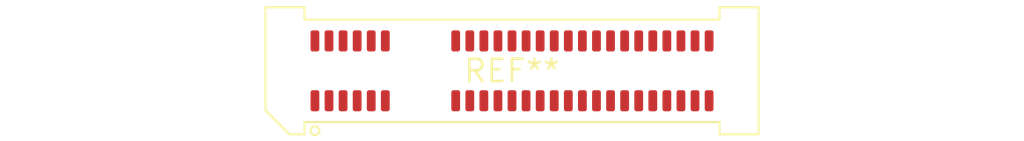
<source format=kicad_pcb>
(kicad_pcb (version 20240108) (generator pcbnew)
  (layers (0 "F.Cu" signal) (31 "B.Cu" signal) (34 "B.Paste" user) (35 "F.Paste" user) (36 "B.SilkS" user "B.Silkscreen") (37 "F.SilkS" user "F.Silkscreen") (38 "B.Mask" user) (39 "F.Mask" user) (44 "Edge.Cuts" user))
  (net 0 "")
  (footprint "Samtec_HSEC8-125-01-X-DV_2x25_P0.8mm_Pol06_Socket" (layer "F.Cu") (at 0 0)
    (property "Reference" "REF**")
    (property "Value" "Samtec_HSEC8-125-01-X-DV_2x25_P0.8mm_Pol06_Socket")
    (fp_line (start -14.01 -3.61) (end -11.79 -3.61) (layer "F.SilkS") (stroke (width 0.12)))
    (fp_line (start -14.01 2.245563) (end -14.01 -3.61) (layer "F.SilkS") (stroke (width 0.12)))
    (fp_line (start -12.645563 3.61) (end -14.01 2.245563) (layer "F.SilkS") (stroke (width 0.12)))
    (fp_line (start -11.79 -3.61) (end -11.79 -2.91) (layer "F.SilkS") (stroke (width 0.12)))
    (fp_line (start -11.79 -2.91) (end 11.79 -2.91) (layer "F.SilkS") (stroke (width 0.12)))
    (fp_line (start -11.79 2.91) (end -11.79 3.61) (layer "F.SilkS") (stroke (width 0.12)))
    (fp_line (start -11.79 3.61) (end -12.645563 3.61) (layer "F.SilkS") (stroke (width 0.12)))
    (fp_line (start 11.79 -3.61) (end 14.01 -3.61) (layer "F.SilkS") (stroke (width 0.12)))
    (fp_line (start 11.79 -2.91) (end 11.79 -3.61) (layer "F.SilkS") (stroke (width 0.12)))
    (fp_line (start 11.79 2.91) (end -11.79 2.91) (layer "F.SilkS") (stroke (width 0.12)))
    (fp_line (start 11.79 3.61) (end 11.79 2.91) (layer "F.SilkS") (stroke (width 0.12)))
    (fp_line (start 14.01 -3.61) (end 14.01 3.61) (layer "F.SilkS") (stroke (width 0.12)))
    (fp_line (start 14.01 3.61) (end 11.79 3.61) (layer "F.SilkS") (stroke (width 0.12)))
    (fp_arc (start -10.95 3.4) (mid -11.45 3.4) (end -10.95 3.4) (layer "F.SilkS") (stroke (width 0.12)))
    (pad "1" smd roundrect (at -11.2 1.7) (size 0.5 1.2) (layers "F.Cu" "F.Paste" "F.Mask"))
    (pad "2" smd roundrect (at -11.2 -1.7) (size 0.5 1.2) (layers "F.Cu" "F.Paste" "F.Mask"))
    (pad "3" smd roundrect (at -10.4 1.7) (size 0.5 1.2) (layers "F.Cu" "F.Paste" "F.Mask"))
    (pad "4" smd roundrect (at -10.4 -1.7) (size 0.5 1.2) (layers "F.Cu" "F.Paste" "F.Mask"))
    (pad "5" smd roundrect (at -9.6 1.7) (size 0.5 1.2) (layers "F.Cu" "F.Paste" "F.Mask"))
    (pad "6" smd roundrect (at -9.6 -1.7) (size 0.5 1.2) (layers "F.Cu" "F.Paste" "F.Mask"))
    (pad "7" smd roundrect (at -8.8 1.7) (size 0.5 1.2) (layers "F.Cu" "F.Paste" "F.Mask"))
    (pad "8" smd roundrect (at -8.8 -1.7) (size 0.5 1.2) (layers "F.Cu" "F.Paste" "F.Mask"))
    (pad "9" smd roundrect (at -8 1.7) (size 0.5 1.2) (layers "F.Cu" "F.Paste" "F.Mask"))
    (pad "10" smd roundrect (at -8 -1.7) (size 0.5 1.2) (layers "F.Cu" "F.Paste" "F.Mask"))
    (pad "11" smd roundrect (at -7.2 1.7) (size 0.5 1.2) (layers "F.Cu" "F.Paste" "F.Mask"))
    (pad "12" smd roundrect (at -7.2 -1.7) (size 0.5 1.2) (layers "F.Cu" "F.Paste" "F.Mask"))
    (pad "13" smd roundrect (at -3.2 1.7) (size 0.5 1.2) (layers "F.Cu" "F.Paste" "F.Mask"))
    (pad "14" smd roundrect (at -3.2 -1.7) (size 0.5 1.2) (layers "F.Cu" "F.Paste" "F.Mask"))
    (pad "15" smd roundrect (at -2.4 1.7) (size 0.5 1.2) (layers "F.Cu" "F.Paste" "F.Mask"))
    (pad "16" smd roundrect (at -2.4 -1.7) (size 0.5 1.2) (layers "F.Cu" "F.Paste" "F.Mask"))
    (pad "17" smd roundrect (at -1.6 1.7) (size 0.5 1.2) (layers "F.Cu" "F.Paste" "F.Mask"))
    (pad "18" smd roundrect (at -1.6 -1.7) (size 0.5 1.2) (layers "F.Cu" "F.Paste" "F.Mask"))
    (pad "19" smd roundrect (at -0.8 1.7) (size 0.5 1.2) (layers "F.Cu" "F.Paste" "F.Mask"))
    (pad "20" smd roundrect (at -0.8 -1.7) (size 0.5 1.2) (layers "F.Cu" "F.Paste" "F.Mask"))
    (pad "21" smd roundrect (at 0 1.7) (size 0.5 1.2) (layers "F.Cu" "F.Paste" "F.Mask"))
    (pad "22" smd roundrect (at 0 -1.7) (size 0.5 1.2) (layers "F.Cu" "F.Paste" "F.Mask"))
    (pad "23" smd roundrect (at 0.8 1.7) (size 0.5 1.2) (layers "F.Cu" "F.Paste" "F.Mask"))
    (pad "24" smd roundrect (at 0.8 -1.7) (size 0.5 1.2) (layers "F.Cu" "F.Paste" "F.Mask"))
    (pad "25" smd roundrect (at 1.6 1.7) (size 0.5 1.2) (layers "F.Cu" "F.Paste" "F.Mask"))
    (pad "26" smd roundrect (at 1.6 -1.7) (size 0.5 1.2) (layers "F.Cu" "F.Paste" "F.Mask"))
    (pad "27" smd roundrect (at 2.4 1.7) (size 0.5 1.2) (layers "F.Cu" "F.Paste" "F.Mask"))
    (pad "28" smd roundrect (at 2.4 -1.7) (size 0.5 1.2) (layers "F.Cu" "F.Paste" "F.Mask"))
    (pad "29" smd roundrect (at 3.2 1.7) (size 0.5 1.2) (layers "F.Cu" "F.Paste" "F.Mask"))
    (pad "30" smd roundrect (at 3.2 -1.7) (size 0.5 1.2) (layers "F.Cu" "F.Paste" "F.Mask"))
    (pad "31" smd roundrect (at 4 1.7) (size 0.5 1.2) (layers "F.Cu" "F.Paste" "F.Mask"))
    (pad "32" smd roundrect (at 4 -1.7) (size 0.5 1.2) (layers "F.Cu" "F.Paste" "F.Mask"))
    (pad "33" smd roundrect (at 4.8 1.7) (size 0.5 1.2) (layers "F.Cu" "F.Paste" "F.Mask"))
    (pad "34" smd roundrect (at 4.8 -1.7) (size 0.5 1.2) (layers "F.Cu" "F.Paste" "F.Mask"))
    (pad "35" smd roundrect (at 5.6 1.7) (size 0.5 1.2) (layers "F.Cu" "F.Paste" "F.Mask"))
    (pad "36" smd roundrect (at 5.6 -1.7) (size 0.5 1.2) (layers "F.Cu" "F.Paste" "F.Mask"))
    (pad "37" smd roundrect (at 6.4 1.7) (size 0.5 1.2) (layers "F.Cu" "F.Paste" "F.Mask"))
    (pad "38" smd roundrect (at 6.4 -1.7) (size 0.5 1.2) (layers "F.Cu" "F.Paste" "F.Mask"))
    (pad "39" smd roundrect (at 7.2 1.7) (size 0.5 1.2) (layers "F.Cu" "F.Paste" "F.Mask"))
    (pad "40" smd roundrect (at 7.2 -1.7) (size 0.5 1.2) (layers "F.Cu" "F.Paste" "F.Mask"))
    (pad "41" smd roundrect (at 8 1.7) (size 0.5 1.2) (layers "F.Cu" "F.Paste" "F.Mask"))
    (pad "42" smd roundrect (at 8 -1.7) (size 0.5 1.2) (layers "F.Cu" "F.Paste" "F.Mask"))
    (pad "43" smd roundrect (at 8.8 1.7) (size 0.5 1.2) (layers "F.Cu" "F.Paste" "F.Mask"))
    (pad "44" smd roundrect (at 8.8 -1.7) (size 0.5 1.2) (layers "F.Cu" "F.Paste" "F.Mask"))
    (pad "45" smd roundrect (at 9.6 1.7) (size 0.5 1.2) (layers "F.Cu" "F.Paste" "F.Mask"))
    (pad "46" smd roundrect (at 9.6 -1.7) (size 0.5 1.2) (layers "F.Cu" "F.Paste" "F.Mask"))
    (pad "47" smd roundrect (at 10.4 1.7) (size 0.5 1.2) (layers "F.Cu" "F.Paste" "F.Mask"))
    (pad "48" smd roundrect (at 10.4 -1.7) (size 0.5 1.2) (layers "F.Cu" "F.Paste" "F.Mask"))
    (pad "49" smd roundrect (at 11.2 1.7) (size 0.5 1.2) (layers "F.Cu" "F.Paste" "F.Mask"))
    (pad "50" smd roundrect (at 11.2 -1.7) (size 0.5 1.2) (layers "F.Cu" "F.Paste" "F.Mask"))
  )
)
</source>
